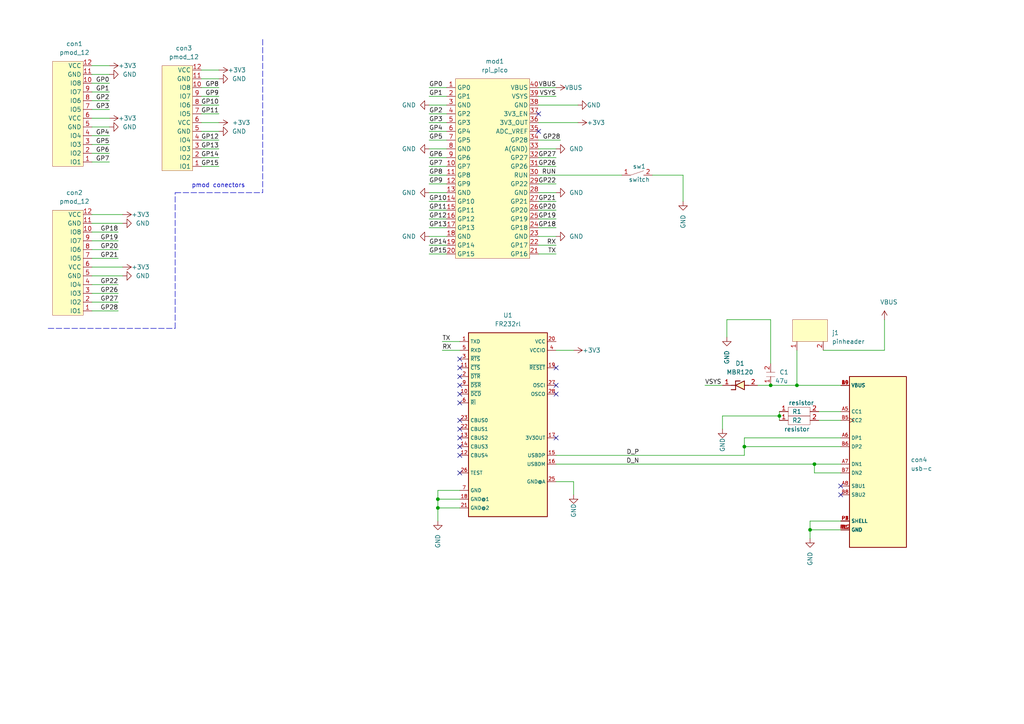
<source format=kicad_sch>
(kicad_sch (version 20210126) (generator eeschema)
  (paper "A4")
  (lib_symbols
    (symbol "Halfgelijders:FR232rl"
      (property "Reference" "U" (at 0 0 0))
      (property "Value" "FR232rl" (at 0 6.35 0))
      (symbol "FR232rl_0_0"
        (rectangle (start -11.43 -27.94) (end 11.43 25.4) (stroke (width 0.254)) (fill (type background)))
        (pin input line (at -13.97 22.86 0) (length 2.54) (name "VCC") (number "20"))
        (pin input line (at -13.97 -5.08 0) (length 2.54) (name "3V3OUT") (number "17"))
        (pin input line (at -13.97 -10.16 0) (length 2.54) (name "USBDP") (number "15"))
        (pin input line (at -13.97 -12.7 0) (length 2.54) (name "USBDM") (number "16"))
        (pin input line (at -13.97 7.62 0) (length 2.54) (name "OSCO") (number "28"))
        (pin input line (at -13.97 10.16 0) (length 2.54) (name "OSCI") (number "27"))
        (pin input line (at 13.97 -20.32 180) (length 2.54) (name "GND") (number "7"))
        (pin input line (at 13.97 22.86 180) (length 2.54) (name "TXD") (number "1"))
        (pin input line (at 13.97 20.32 180) (length 2.54) (name "RXD") (number "5"))
        (pin input line (at 13.97 17.78 180) (length 2.54) (name "~RTS") (number "3"))
        (pin input line (at 13.97 15.24 180) (length 2.54) (name "~CTS") (number "11"))
        (pin input line (at 13.97 12.7 180) (length 2.54) (name "~DTR") (number "2"))
        (pin input line (at 13.97 10.16 180) (length 2.54) (name "~DSR") (number "9"))
        (pin input line (at 13.97 7.62 180) (length 2.54) (name "~DCD") (number "10"))
        (pin input line (at 13.97 5.08 180) (length 2.54) (name "~RI") (number "6"))
        (pin input line (at 13.97 0 180) (length 2.54) (name "CBUS0") (number "23"))
        (pin input line (at 13.97 -2.54 180) (length 2.54) (name "CBUS1") (number "22"))
        (pin input line (at 13.97 -5.08 180) (length 2.54) (name "CBUS2") (number "13"))
        (pin input line (at 13.97 -7.62 180) (length 2.54) (name "CBUS3") (number "14"))
        (pin input line (at 13.97 -10.16 180) (length 2.54) (name "CBUS4") (number "12"))
        (pin input line (at -13.97 20.32 0) (length 2.54) (name "VCCIO") (number "4"))
        (pin input line (at -13.97 15.24 0) (length 2.54) (name "~RESET") (number "19"))
        (pin input line (at -13.97 -17.78 0) (length 2.54) (name "GND@A") (number "25"))
        (pin input line (at 13.97 -22.86 180) (length 2.54) (name "GND@1") (number "18"))
        (pin input line (at 13.97 -15.24 180) (length 2.54) (name "TEST") (number "26"))
        (pin input line (at 13.97 -25.4 180) (length 2.54) (name "GND@2") (number "21"))
      )
    )
    (symbol "Halfgelijders:MBR120"
      (property "Reference" "D" (at 0 -2.54 0))
      (property "Value" "MBR120" (at 0 2.54 0))
      (symbol "MBR120_0_1"
        (polyline (pts (xy -1.27 0) (xy 0 0)) (stroke (width 0.254)))
        (polyline (pts (xy 0 -1.27) (xy -1.27 -1.27)))
        (polyline (pts (xy 0 -1.27) (xy -1.27 -1.27)) (stroke (width 0.254)))
        (polyline (pts (xy 0 1.27) (xy 1.27 1.27)))
        (polyline (pts (xy 0 1.27) (xy 1.27 1.27)) (stroke (width 0.254)))
        (polyline (pts (xy 3.81 0) (xy 2.54 0)) (stroke (width 0.254)))
      )
      (symbol "MBR120_1_1"
        (polyline (pts (xy 0 1.27) (xy 0 -1.27)) (stroke (width 0.254)))
        (polyline (pts (xy 2.54 1.27) (xy 2.54 -1.27) (xy 0 0) (xy 2.54 1.27)) (stroke (width 0.254)) (fill (type background)))
        (pin passive line (at -3.81 0 0) (length 2.54) (name "~") (number "1"))
        (pin passive line (at 6.35 0 180) (length 2.54) (name "~") (number "2"))
      )
    )
    (symbol "connectors:pmod_12"
      (property "Reference" "con" (at -8.89 5.08 90))
      (property "Value" "pmod_12" (at -8.89 -6.35 90))
      (symbol "pmod_12_0_1"
        (rectangle (start -2.54 -13.97) (end -11.43 16.51) (stroke (width 0.001)) (fill (type background)))
      )
      (symbol "pmod_12_1_1"
        (pin bidirectional line (at 0 -12.7 180) (length 2.54) (name "IO1") (number "1"))
        (pin bidirectional line (at 0 -10.16 180) (length 2.54) (name "IO2") (number "2"))
        (pin bidirectional line (at 0 -7.62 180) (length 2.54) (name "IO3") (number "3"))
        (pin bidirectional line (at 0 -5.08 180) (length 2.54) (name "IO4") (number "4"))
        (pin power_out line (at 0 -2.54 180) (length 2.54) (name "GND") (number "5"))
        (pin power_in line (at 0 0 180) (length 2.54) (name "VCC") (number "6"))
        (pin bidirectional line (at 0 2.54 180) (length 2.54) (name "IO5") (number "7"))
        (pin bidirectional line (at 0 5.08 180) (length 2.54) (name "IO6") (number "8"))
        (pin bidirectional line (at 0 7.62 180) (length 2.54) (name "IO7") (number "9"))
        (pin bidirectional line (at 0 10.16 180) (length 2.54) (name "IO8") (number "10"))
        (pin power_out line (at 0 12.7 180) (length 2.54) (name "GND") (number "11"))
        (pin power_in line (at 0 15.24 180) (length 2.54) (name "VCC") (number "12"))
      )
    )
    (symbol "connectors:usb-c"
      (property "Reference" "con" (at 3.81 5.08 90))
      (property "Value" "usb-c" (at 1.27 5.08 90))
      (symbol "usb-c_0_0"
        (rectangle (start -3.81 17.78) (end 12.7 -31.75) (stroke (width 0.254)) (fill (type background)))
        (pin power_in line (at -6.35 15.24 0) (length 2.54) (name "VBUS") (number "A4"))
        (pin power_in line (at -6.35 15.24 0) (length 2.54) (name "VBUS") (number "A9"))
        (pin power_in line (at -6.35 15.24 0) (length 2.54) (name "VBUS") (number "B4"))
        (pin power_in line (at -6.35 15.24 0) (length 2.54) (name "VBUS") (number "B9"))
        (pin bidirectional line (at -6.35 7.62 0) (length 2.54) (name "CC1") (number "A5"))
        (pin bidirectional clock (at -6.35 5.08 0) (length 2.54) (name "CC2") (number "B5"))
        (pin bidirectional line (at -6.35 0 0) (length 2.54) (name "DP1") (number "A6"))
        (pin bidirectional line (at -6.35 -2.54 0) (length 2.54) (name "DP2") (number "B6"))
        (pin bidirectional line (at -6.35 -7.62 0) (length 2.54) (name "DN1") (number "A7"))
        (pin bidirectional line (at -6.35 -10.16 0) (length 2.54) (name "DN2") (number "B7"))
        (pin bidirectional line (at -6.35 -13.97 0) (length 2.54) (name "SBU1") (number "A8"))
        (pin bidirectional line (at -6.35 -16.51 0) (length 2.54) (name "SBU2") (number "B8"))
        (pin passive line (at -6.35 -26.67 0) (length 2.54) (name "GND") (number "A1"))
        (pin passive line (at -6.35 -26.67 0) (length 2.54) (name "GND") (number "A12"))
        (pin passive line (at -6.35 -26.67 0) (length 2.54) (name "GND") (number "B1"))
        (pin passive line (at -6.35 -26.67 0) (length 2.54) (name "GND") (number "B12"))
        (pin passive line (at -6.35 -24.13 0) (length 2.54) (name "SHELL") (number "P1"))
        (pin passive line (at -6.35 -24.13 0) (length 2.54) (name "SHELL") (number "P2"))
        (pin passive line (at -6.35 -24.13 0) (length 2.54) (name "SHELL") (number "P3"))
        (pin passive line (at -6.35 -24.13 0) (length 2.54) (name "SHELL") (number "P4"))
      )
    )
    (symbol "modulles:rpi_pico"
      (property "Reference" "mod" (at 0 7.62 90))
      (property "Value" "rpi_pico" (at 0 -2.54 90))
      (symbol "rpi_pico_0_1"
        (rectangle (start -10.16 25.4) (end 11.43 -26.67) (stroke (width 0.001)) (fill (type background)))
      )
      (symbol "rpi_pico_1_1"
        (pin unspecified line (at -12.7 22.86 0) (length 2.54) (name "GP0") (number "1"))
        (pin unspecified line (at -12.7 20.32 0) (length 2.54) (name "GP1") (number "2"))
        (pin unspecified line (at -12.7 17.78 0) (length 2.54) (name "GND") (number "3"))
        (pin unspecified line (at -12.7 15.24 0) (length 2.54) (name "GP2") (number "4"))
        (pin unspecified line (at -12.7 12.7 0) (length 2.54) (name "GP3") (number "5"))
        (pin unspecified line (at -12.7 10.16 0) (length 2.54) (name "GP4") (number "6"))
        (pin unspecified line (at -12.7 7.62 0) (length 2.54) (name "GP5") (number "7"))
        (pin power_out line (at -12.7 5.08 0) (length 2.54) (name "GND") (number "8"))
        (pin unspecified line (at -12.7 2.54 0) (length 2.54) (name "GP6") (number "9"))
        (pin unspecified line (at -12.7 0 0) (length 2.54) (name "GP7") (number "10"))
        (pin unspecified line (at -12.7 -2.54 0) (length 2.54) (name "GP8") (number "11"))
        (pin unspecified line (at -12.7 -5.08 0) (length 2.54) (name "GP9") (number "12"))
        (pin power_out line (at -12.7 -7.62 0) (length 2.54) (name "GND") (number "13"))
        (pin unspecified line (at -12.7 -10.16 0) (length 2.54) (name "GP10") (number "14"))
        (pin unspecified line (at -12.7 -12.7 0) (length 2.54) (name "GP11") (number "15"))
        (pin unspecified line (at -12.7 -15.24 0) (length 2.54) (name "GP12") (number "16"))
        (pin unspecified line (at -12.7 -17.78 0) (length 2.54) (name "GP13") (number "17"))
        (pin power_out line (at -12.7 -20.32 0) (length 2.54) (name "GND") (number "18"))
        (pin unspecified line (at -12.7 -22.86 0) (length 2.54) (name "GP14") (number "19"))
        (pin unspecified line (at -12.7 -25.4 0) (length 2.54) (name "GP15") (number "20"))
        (pin unspecified line (at 13.97 -25.4 180) (length 2.54) (name "GP16") (number "21"))
        (pin unspecified line (at 13.97 -22.86 180) (length 2.54) (name "GP17") (number "22"))
        (pin power_out line (at 13.97 -20.32 180) (length 2.54) (name "GND") (number "23"))
        (pin unspecified line (at 13.97 -17.78 180) (length 2.54) (name "GP18") (number "24"))
        (pin unspecified line (at 13.97 -15.24 180) (length 2.54) (name "GP19") (number "25"))
        (pin unspecified line (at 13.97 -12.7 180) (length 2.54) (name "GP20") (number "26"))
        (pin unspecified line (at 13.97 -10.16 180) (length 2.54) (name "GP21") (number "27"))
        (pin unspecified line (at 13.97 -7.62 180) (length 2.54) (name "GND") (number "28"))
        (pin unspecified line (at 13.97 -5.08 180) (length 2.54) (name "GP22") (number "29"))
        (pin unspecified line (at 13.97 -2.54 180) (length 2.54) (name "RUN") (number "30"))
        (pin unspecified line (at 13.97 0 180) (length 2.54) (name "GP26") (number "31"))
        (pin unspecified line (at 13.97 2.54 180) (length 2.54) (name "GP27") (number "32"))
        (pin power_out line (at 13.97 5.08 180) (length 2.54) (name "A(GND)") (number "33"))
        (pin unspecified line (at 13.97 7.62 180) (length 2.54) (name "GP28") (number "34"))
        (pin power_in line (at 13.97 10.16 180) (length 2.54) (name "ADC_VREF") (number "35"))
        (pin power_out line (at 13.97 12.7 180) (length 2.54) (name "3V3_OUT") (number "36"))
        (pin input line (at 13.97 15.24 180) (length 2.54) (name "3V3_EN") (number "37"))
        (pin power_out line (at 13.97 17.78 180) (length 2.54) (name "GND") (number "38"))
        (pin power_in line (at 13.97 20.32 180) (length 2.54) (name "VSYS") (number "39"))
        (pin power_in line (at 13.97 22.86 180) (length 2.54) (name "VBUS") (number "40"))
      )
    )
    (symbol "power:+3V3" (power) (pin_names (offset 0))
      (property "Value" "+3V3" (at 0 3.556 0))
      (symbol "+3V3_0_1"
        (polyline (pts (xy -0.762 1.27) (xy 0 2.54)))
        (polyline (pts (xy 0 0) (xy 0 2.54)))
        (polyline (pts (xy 0 2.54) (xy 0.762 1.27)))
      )
      (symbol "+3V3_1_1"
        (pin power_in line (at 0 0 90) (length 0) hide (name "+3V3") (number "1"))
      )
    )
    (symbol "power:GND" (power) (pin_names (offset 0))
      (property "Value" "GND" (at 0 -3.81 0))
      (symbol "GND_0_1"
        (polyline (pts (xy 0 0) (xy 0 -1.27) (xy 1.27 -1.27) (xy 0 -2.54) (xy -1.27 -1.27) (xy 0 -1.27)))
      )
      (symbol "GND_1_1"
        (pin power_in line (at 0 0 270) (length 0) hide (name "GND") (number "1"))
      )
    )
    (symbol "power:VBUS" (power) (pin_names (offset 0))
      (property "Value" "VBUS" (at 0 3.81 0))
      (symbol "VBUS_0_1"
        (polyline (pts (xy -0.762 1.27) (xy 0 2.54)))
        (polyline (pts (xy 0 0) (xy 0 2.54)))
        (polyline (pts (xy 0 2.54) (xy 0.762 1.27)))
      )
      (symbol "VBUS_1_1"
        (pin power_in line (at 0 0 90) (length 0) hide (name "VBUS") (number "1"))
      )
    )
    (symbol "vanalles:capacitor"
      (property "Reference" "C" (at -1.27 -2.54 0))
      (property "Value" "capacitor" (at 0 2.54 0))
      (symbol "capacitor_0_1"
        (polyline (pts (xy -1.27 1.27) (xy -1.27 -1.27)) (stroke (width 0.0006)))
        (polyline (pts (xy 0 1.27) (xy 0 -1.27)) (stroke (width 0.0006)))
      )
      (symbol "capacitor_1_1"
        (pin unspecified line (at -3.81 0 0) (length 2.54) (name "") (number "1"))
        (pin unspecified line (at 2.54 0 180) (length 2.54) (name "") (number "2"))
      )
    )
    (symbol "vanalles:pinheader"
      (property "Reference" "j" (at -2.54 5.08 0))
      (property "Value" "pinheader" (at 0 2.54 0))
      (symbol "pinheader_0_1"
        (rectangle (start -5.08 6.35) (end 5.08 0) (stroke (width 0.001)) (fill (type background)))
      )
      (symbol "pinheader_1_1"
        (pin unspecified line (at -3.81 -2.54 90) (length 2.54) (name "") (number "1"))
        (pin unspecified line (at 3.81 -2.54 90) (length 2.54) (name "") (number "2"))
      )
    )
    (symbol "vanalles:resistor"
      (property "Reference" "R" (at -1.27 0 0))
      (property "Value" "resistor" (at 1.27 2.54 0))
      (symbol "resistor_0_1"
        (rectangle (start -2.54 1.27) (end 3.81 -1.27) (stroke (width 0.0006)))
      )
      (symbol "resistor_1_1"
        (pin unspecified line (at -5.08 0 0) (length 2.54) (name "") (number "1"))
        (pin unspecified line (at 6.35 0 180) (length 2.54) (name "") (number "2"))
      )
    )
    (symbol "vanalles:switch"
      (property "Reference" "sw" (at 3.81 3.81 0))
      (property "Value" "switch" (at 0 3.81 0))
      (symbol "switch_0_1"
        (polyline (pts (xy 0 0) (xy 3.81 1.27)) (stroke (width 0.0006)))
      )
      (symbol "switch_1_1"
        (pin unspecified line (at -2.54 0 0) (length 2.54) (name "") (number "1"))
        (pin unspecified line (at 6.35 0 180) (length 2.54) (name "") (number "2"))
      )
    )
  )
  (junction (at 127 144.78) (diameter 0.9144))
  (junction (at 127 147.32) (diameter 0.9144))
  (junction (at 215.9 129.54) (diameter 0.9144))
  (junction (at 223.52 111.76) (diameter 0.9144))
  (junction (at 226.06 120.65) (diameter 0.9144))
  (junction (at 231.14 111.76) (diameter 0.9144))
  (junction (at 234.95 153.67) (diameter 0.9144))
  (junction (at 236.22 134.62) (diameter 0.9144))
  (no_connect (at 133.35 104.14))
  (no_connect (at 133.35 106.68))
  (no_connect (at 133.35 109.22))
  (no_connect (at 133.35 111.76))
  (no_connect (at 133.35 114.3))
  (no_connect (at 133.35 116.84))
  (no_connect (at 133.35 121.92))
  (no_connect (at 133.35 124.46))
  (no_connect (at 133.35 127))
  (no_connect (at 133.35 129.54))
  (no_connect (at 133.35 132.08))
  (no_connect (at 133.35 137.16))
  (no_connect (at 156.21 33.02))
  (no_connect (at 156.21 38.1))
  (no_connect (at 161.29 106.68))
  (no_connect (at 161.29 111.76))
  (no_connect (at 161.29 114.3))
  (no_connect (at 161.29 127))
  (no_connect (at 243.84 140.97))
  (no_connect (at 243.84 143.51))
  (wire (pts (xy 26.67 19.05) (xy 31.75 19.05)))
  (wire (pts (xy 26.67 21.59) (xy 31.75 21.59)))
  (wire (pts (xy 26.67 24.13) (xy 31.75 24.13)))
  (wire (pts (xy 26.67 26.67) (xy 31.75 26.67)))
  (wire (pts (xy 26.67 29.21) (xy 31.75 29.21)))
  (wire (pts (xy 26.67 31.75) (xy 31.75 31.75)))
  (wire (pts (xy 26.67 34.29) (xy 31.75 34.29)))
  (wire (pts (xy 26.67 36.83) (xy 31.75 36.83)))
  (wire (pts (xy 26.67 39.37) (xy 31.75 39.37)))
  (wire (pts (xy 26.67 41.91) (xy 31.75 41.91)))
  (wire (pts (xy 26.67 44.45) (xy 31.75 44.45)))
  (wire (pts (xy 26.67 46.99) (xy 31.75 46.99)))
  (wire (pts (xy 26.67 62.23) (xy 35.56 62.23)))
  (wire (pts (xy 26.67 64.77) (xy 35.56 64.77)))
  (wire (pts (xy 26.67 67.31) (xy 34.29 67.31)))
  (wire (pts (xy 26.67 69.85) (xy 34.29 69.85)))
  (wire (pts (xy 26.67 72.39) (xy 34.29 72.39)))
  (wire (pts (xy 26.67 74.93) (xy 34.29 74.93)))
  (wire (pts (xy 26.67 77.47) (xy 35.56 77.47)))
  (wire (pts (xy 26.67 80.01) (xy 35.56 80.01)))
  (wire (pts (xy 26.67 82.55) (xy 34.29 82.55)))
  (wire (pts (xy 26.67 85.09) (xy 34.29 85.09)))
  (wire (pts (xy 26.67 87.63) (xy 34.29 87.63)))
  (wire (pts (xy 26.67 90.17) (xy 34.29 90.17)))
  (wire (pts (xy 58.42 20.32) (xy 63.5 20.32)))
  (wire (pts (xy 58.42 22.86) (xy 63.5 22.86)))
  (wire (pts (xy 58.42 25.4) (xy 63.5 25.4)))
  (wire (pts (xy 58.42 27.94) (xy 63.5 27.94)))
  (wire (pts (xy 58.42 30.48) (xy 63.5 30.48)))
  (wire (pts (xy 58.42 33.02) (xy 63.5 33.02)))
  (wire (pts (xy 58.42 35.56) (xy 63.5 35.56)))
  (wire (pts (xy 58.42 38.1) (xy 63.5 38.1)))
  (wire (pts (xy 58.42 40.64) (xy 63.5 40.64)))
  (wire (pts (xy 58.42 43.18) (xy 63.5 43.18)))
  (wire (pts (xy 58.42 45.72) (xy 63.5 45.72)))
  (wire (pts (xy 58.42 48.26) (xy 63.5 48.26)))
  (wire (pts (xy 124.46 25.4) (xy 129.54 25.4)))
  (wire (pts (xy 124.46 27.94) (xy 129.54 27.94)))
  (wire (pts (xy 124.46 30.48) (xy 129.54 30.48)))
  (wire (pts (xy 124.46 33.02) (xy 129.54 33.02)))
  (wire (pts (xy 124.46 35.56) (xy 129.54 35.56)))
  (wire (pts (xy 124.46 38.1) (xy 129.54 38.1)))
  (wire (pts (xy 124.46 40.64) (xy 129.54 40.64)))
  (wire (pts (xy 124.46 43.18) (xy 129.54 43.18)))
  (wire (pts (xy 124.46 45.72) (xy 129.54 45.72)))
  (wire (pts (xy 124.46 48.26) (xy 129.54 48.26)))
  (wire (pts (xy 124.46 50.8) (xy 129.54 50.8)))
  (wire (pts (xy 124.46 53.34) (xy 129.54 53.34)))
  (wire (pts (xy 124.46 55.88) (xy 129.54 55.88)))
  (wire (pts (xy 124.46 58.42) (xy 129.54 58.42)))
  (wire (pts (xy 124.46 60.96) (xy 129.54 60.96)))
  (wire (pts (xy 124.46 63.5) (xy 129.54 63.5)))
  (wire (pts (xy 124.46 66.04) (xy 129.54 66.04)))
  (wire (pts (xy 124.46 68.58) (xy 129.54 68.58)))
  (wire (pts (xy 124.46 71.12) (xy 129.54 71.12)))
  (wire (pts (xy 124.46 73.66) (xy 129.54 73.66)))
  (wire (pts (xy 127 142.24) (xy 133.35 142.24)))
  (wire (pts (xy 127 144.78) (xy 127 142.24)))
  (wire (pts (xy 127 144.78) (xy 133.35 144.78)))
  (wire (pts (xy 127 147.32) (xy 127 144.78)))
  (wire (pts (xy 127 147.32) (xy 133.35 147.32)))
  (wire (pts (xy 127 151.13) (xy 127 147.32)))
  (wire (pts (xy 133.35 99.06) (xy 128.27 99.06)))
  (wire (pts (xy 133.35 101.6) (xy 128.27 101.6)))
  (wire (pts (xy 156.21 25.4) (xy 161.29 25.4)))
  (wire (pts (xy 156.21 27.94) (xy 161.29 27.94)))
  (wire (pts (xy 156.21 30.48) (xy 167.64 30.48)))
  (wire (pts (xy 156.21 35.56) (xy 167.64 35.56)))
  (wire (pts (xy 156.21 40.64) (xy 162.56 40.64)))
  (wire (pts (xy 156.21 43.18) (xy 161.29 43.18)))
  (wire (pts (xy 156.21 45.72) (xy 161.29 45.72)))
  (wire (pts (xy 156.21 48.26) (xy 161.29 48.26)))
  (wire (pts (xy 156.21 50.8) (xy 180.34 50.8)))
  (wire (pts (xy 156.21 53.34) (xy 161.29 53.34)))
  (wire (pts (xy 156.21 55.88) (xy 161.29 55.88)))
  (wire (pts (xy 156.21 58.42) (xy 161.29 58.42)))
  (wire (pts (xy 156.21 60.96) (xy 161.29 60.96)))
  (wire (pts (xy 156.21 63.5) (xy 161.29 63.5)))
  (wire (pts (xy 156.21 66.04) (xy 161.29 66.04)))
  (wire (pts (xy 156.21 68.58) (xy 161.29 68.58)))
  (wire (pts (xy 156.21 71.12) (xy 161.29 71.12)))
  (wire (pts (xy 156.21 73.66) (xy 161.29 73.66)))
  (wire (pts (xy 161.29 101.6) (xy 166.37 101.6)))
  (wire (pts (xy 161.29 132.08) (xy 215.9 132.08)))
  (wire (pts (xy 161.29 134.62) (xy 236.22 134.62)))
  (wire (pts (xy 166.37 139.7) (xy 161.29 139.7)))
  (wire (pts (xy 166.37 143.51) (xy 166.37 139.7)))
  (wire (pts (xy 189.23 50.8) (xy 198.12 50.8)))
  (wire (pts (xy 198.12 50.8) (xy 198.12 58.42)))
  (wire (pts (xy 204.47 111.76) (xy 209.55 111.76)))
  (wire (pts (xy 209.55 120.65) (xy 209.55 124.46)))
  (wire (pts (xy 210.82 92.71) (xy 210.82 97.79)))
  (wire (pts (xy 215.9 127) (xy 215.9 129.54)))
  (wire (pts (xy 215.9 127) (xy 243.84 127)))
  (wire (pts (xy 215.9 129.54) (xy 215.9 132.08)))
  (wire (pts (xy 219.71 111.76) (xy 223.52 111.76)))
  (wire (pts (xy 223.52 92.71) (xy 210.82 92.71)))
  (wire (pts (xy 223.52 105.41) (xy 223.52 92.71)))
  (wire (pts (xy 223.52 111.76) (xy 231.14 111.76)))
  (wire (pts (xy 226.06 119.38) (xy 226.06 120.65)))
  (wire (pts (xy 226.06 120.65) (xy 209.55 120.65)))
  (wire (pts (xy 226.06 120.65) (xy 226.06 121.92)))
  (wire (pts (xy 231.14 101.6) (xy 231.14 111.76)))
  (wire (pts (xy 231.14 111.76) (xy 243.84 111.76)))
  (wire (pts (xy 234.95 151.13) (xy 243.84 151.13)))
  (wire (pts (xy 234.95 153.67) (xy 234.95 151.13)))
  (wire (pts (xy 234.95 153.67) (xy 243.84 153.67)))
  (wire (pts (xy 234.95 156.21) (xy 234.95 153.67)))
  (wire (pts (xy 236.22 134.62) (xy 243.84 134.62)))
  (wire (pts (xy 236.22 137.16) (xy 236.22 134.62)))
  (wire (pts (xy 237.49 119.38) (xy 243.84 119.38)))
  (wire (pts (xy 237.49 121.92) (xy 243.84 121.92)))
  (wire (pts (xy 238.76 101.6) (xy 256.54 101.6)))
  (wire (pts (xy 243.84 129.54) (xy 215.9 129.54)))
  (wire (pts (xy 243.84 137.16) (xy 236.22 137.16)))
  (wire (pts (xy 256.54 92.71) (xy 256.54 101.6)))
  (polyline (pts (xy 13.97 95.25) (xy 50.8 95.25)) (stroke (width 0) (type dash)))
  (polyline (pts (xy 50.8 55.88) (xy 76.2 55.88)) (stroke (width 0) (type dash)))
  (polyline (pts (xy 50.8 95.25) (xy 50.8 55.88)) (stroke (width 0) (type dash)))
  (polyline (pts (xy 76.2 11.43) (xy 76.2 55.88)) (stroke (width 0) (type dash)))
  (text "pmod conectors\n" (at 71.12 54.61 180) (effects (font (size 1.27 1.27)) (justify right bottom)))
  (label "GP0" (at 31.75 24.13 180))
  (label "GP1" (at 31.75 26.67 180))
  (label "GP2" (at 31.75 29.21 180))
  (label "GP3" (at 31.75 31.75 180))
  (label "GP4" (at 31.75 39.37 180))
  (label "GP5" (at 31.75 41.91 180))
  (label "GP6" (at 31.75 44.45 180))
  (label "GP7" (at 31.75 46.99 180))
  (label "GP18" (at 34.29 67.31 180))
  (label "GP19" (at 34.29 69.85 180))
  (label "GP20" (at 34.29 72.39 180))
  (label "GP21" (at 34.29 74.93 180))
  (label "GP22" (at 34.29 82.55 180))
  (label "GP26" (at 34.29 85.09 180))
  (label "GP27" (at 34.29 87.63 180))
  (label "GP28" (at 34.29 90.17 180))
  (label "GP8" (at 63.5 25.4 180))
  (label "GP9" (at 63.5 27.94 180))
  (label "GP10" (at 63.5 30.48 180))
  (label "GP11" (at 63.5 33.02 180))
  (label "GP12" (at 63.5 40.64 180))
  (label "GP13" (at 63.5 43.18 180))
  (label "GP14" (at 63.5 45.72 180))
  (label "GP15" (at 63.5 48.26 180))
  (label "GP0" (at 124.46 25.4 0))
  (label "GP1" (at 124.46 27.94 0))
  (label "GP2" (at 124.46 33.02 0))
  (label "GP3" (at 124.46 35.56 0))
  (label "GP4" (at 124.46 38.1 0))
  (label "GP5" (at 124.46 40.64 0))
  (label "GP6" (at 124.46 45.72 0))
  (label "GP7" (at 124.46 48.26 0))
  (label "GP8" (at 124.46 50.8 0))
  (label "GP9" (at 124.46 53.34 0))
  (label "GP10" (at 124.46 58.42 0))
  (label "GP11" (at 124.46 60.96 0))
  (label "GP12" (at 124.46 63.5 0))
  (label "GP13" (at 124.46 66.04 0))
  (label "GP14" (at 124.46 71.12 0))
  (label "GP15" (at 124.46 73.66 0))
  (label "TX" (at 128.27 99.06 0))
  (label "RX" (at 128.27 101.6 0))
  (label "VBUS" (at 161.29 25.4 180))
  (label "VSYS" (at 161.29 27.94 180))
  (label "GP27" (at 161.29 45.72 180))
  (label "GP26" (at 161.29 48.26 180))
  (label "RUN" (at 161.29 50.8 180))
  (label "GP22" (at 161.29 53.34 180))
  (label "GP21" (at 161.29 58.42 180))
  (label "GP20" (at 161.29 60.96 180))
  (label "GP19" (at 161.29 63.5 180))
  (label "GP18" (at 161.29 66.04 180))
  (label "RX" (at 161.29 71.12 180))
  (label "TX" (at 161.29 73.66 180))
  (label "GP28" (at 162.56 40.64 180))
  (label "D_P" (at 185.42 132.08 180))
  (label "D_N" (at 185.42 134.62 180))
  (label "VSYS" (at 204.47 111.76 0))
  (symbol (lib_id "power:+3V3") (at 31.75 19.05 270) (unit 1)
    (property "Reference" "#PWR01" (effects hide))
    (property "Value" "+3V3" (at 34.29 19.05 90) (effects (justify left)))
  )
  (symbol (lib_id "power:+3V3") (at 31.75 34.29 270) (unit 1)
    (property "Reference" "#PWR03" (effects hide))
    (property "Value" "+3V3" (at 34.29 34.29 90) (effects (justify left)))
  )
  (symbol (lib_id "power:+3V3") (at 35.56 62.23 270) (unit 1)
    (property "Reference" "#PWR05" (effects hide))
    (property "Value" "+3V3" (at 38.1 62.23 90) (effects (justify left)))
  )
  (symbol (lib_id "power:+3V3") (at 35.56 77.47 270) (unit 1)
    (property "Reference" "#PWR07" (effects hide))
    (property "Value" "+3V3" (at 38.1 77.47 90) (effects (justify left)))
  )
  (symbol (lib_id "power:+3V3") (at 63.5 20.32 270) (unit 1)
    (property "Reference" "#PWR09" (effects hide))
    (property "Value" "+3V3" (at 66.04 20.32 90) (effects (justify left)))
  )
  (symbol (lib_id "power:+3V3") (at 63.5 35.56 270) (unit 1)
    (property "Reference" "#PWR011" (effects hide))
    (property "Value" "+3V3" (at 67.31 35.56 90) (effects (justify left)))
  )
  (symbol (lib_id "power:VBUS") (at 161.29 25.4 270) (unit 1)
    (property "Reference" "#PWR018" (effects hide))
    (property "Value" "VBUS" (at 166.37 25.4 90))
  )
  (symbol (lib_id "power:+3V3") (at 166.37 101.6 270) (unit 1)
    (property "Reference" "#PWR022" (effects hide))
    (property "Value" "+3V3" (at 168.91 101.6 90) (effects (justify left)))
  )
  (symbol (lib_id "power:+3V3") (at 167.64 35.56 270) (unit 1)
    (property "Reference" "#PWR024" (effects hide))
    (property "Value" "+3V3" (at 170.18 35.56 90) (effects (justify left)))
  )
  (symbol (lib_id "power:VBUS") (at 256.54 92.71 0) (unit 1)
    (property "Reference" "#PWR029" (effects hide))
    (property "Value" "VBUS" (at 257.81 87.63 0))
  )
  (symbol (lib_id "power:GND") (at 31.75 21.59 90) (unit 1)
    (property "Reference" "#PWR02" (effects hide))
    (property "Value" "GND" (at 35.56 21.59 90) (effects (justify right)))
  )
  (symbol (lib_id "power:GND") (at 31.75 36.83 90) (unit 1)
    (property "Reference" "#PWR04" (effects hide))
    (property "Value" "GND" (at 35.56 36.83 90) (effects (justify right)))
  )
  (symbol (lib_id "power:GND") (at 35.56 64.77 90) (unit 1)
    (property "Reference" "#PWR06" (effects hide))
    (property "Value" "GND" (at 39.37 64.77 90) (effects (justify right)))
  )
  (symbol (lib_id "power:GND") (at 35.56 80.01 90) (unit 1)
    (property "Reference" "#PWR08" (effects hide))
    (property "Value" "GND" (at 39.37 80.01 90) (effects (justify right)))
  )
  (symbol (lib_id "power:GND") (at 63.5 22.86 90) (unit 1)
    (property "Reference" "#PWR010" (effects hide))
    (property "Value" "GND" (at 67.31 22.86 90) (effects (justify right)))
  )
  (symbol (lib_id "power:GND") (at 63.5 38.1 90) (unit 1)
    (property "Reference" "#PWR012" (effects hide))
    (property "Value" "GND" (at 67.31 38.1 90) (effects (justify right)))
  )
  (symbol (lib_id "power:GND") (at 124.46 30.48 270) (unit 1)
    (property "Reference" "#PWR013" (effects hide))
    (property "Value" "GND" (at 120.65 30.48 90) (effects (justify right)))
  )
  (symbol (lib_id "power:GND") (at 124.46 43.18 270) (unit 1)
    (property "Reference" "#PWR014" (effects hide))
    (property "Value" "GND" (at 120.65 43.18 90) (effects (justify right)))
  )
  (symbol (lib_id "power:GND") (at 124.46 55.88 270) (unit 1)
    (property "Reference" "#PWR015" (effects hide))
    (property "Value" "GND" (at 120.65 55.88 90) (effects (justify right)))
  )
  (symbol (lib_id "power:GND") (at 124.46 68.58 270) (unit 1)
    (property "Reference" "#PWR016" (effects hide))
    (property "Value" "GND" (at 120.65 68.58 90) (effects (justify right)))
  )
  (symbol (lib_id "power:GND") (at 127 151.13 0) (unit 1)
    (property "Reference" "#PWR017" (effects hide))
    (property "Value" "GND" (at 127 154.94 90) (effects (justify right)))
  )
  (symbol (lib_id "power:GND") (at 161.29 43.18 90) (unit 1)
    (property "Reference" "#PWR019" (effects hide))
    (property "Value" "GND" (at 165.1 43.18 90) (effects (justify right)))
  )
  (symbol (lib_id "power:GND") (at 161.29 55.88 90) (unit 1)
    (property "Reference" "#PWR020" (effects hide))
    (property "Value" "GND" (at 165.1 55.88 90) (effects (justify right)))
  )
  (symbol (lib_id "power:GND") (at 161.29 68.58 90) (unit 1)
    (property "Reference" "#PWR021" (effects hide))
    (property "Value" "GND" (at 165.1 68.58 90) (effects (justify right)))
  )
  (symbol (lib_id "power:GND") (at 166.37 143.51 0) (unit 1)
    (property "Reference" "#PWR?" (effects hide))
    (property "Value" "GND" (at 166.37 146.05 90) (effects (justify right)))
  )
  (symbol (lib_id "power:GND") (at 167.64 30.48 90) (unit 1)
    (property "Reference" "#PWR023" (effects hide))
    (property "Value" "GND" (at 170.18 30.48 90) (effects (justify right)))
  )
  (symbol (lib_id "power:GND") (at 198.12 58.42 0) (unit 1)
    (property "Reference" "#PWR025" (effects hide))
    (property "Value" "GND" (at 198.12 62.23 90) (effects (justify right)))
  )
  (symbol (lib_id "power:GND") (at 209.55 124.46 0) (unit 1)
    (property "Reference" "#PWR026" (effects hide))
    (property "Value" "GND" (at 209.55 127 90) (effects (justify right)))
  )
  (symbol (lib_id "power:GND") (at 210.82 97.79 0) (unit 1)
    (property "Reference" "#PWR027" (effects hide))
    (property "Value" "GND" (at 210.82 101.6 90) (effects (justify right)))
  )
  (symbol (lib_id "power:GND") (at 234.95 156.21 0) (unit 1)
    (property "Reference" "#PWR028" (effects hide))
    (property "Value" "GND" (at 234.95 160.02 90) (effects (justify right)))
  )
  (symbol (lib_id "vanalles:switch") (at 182.88 50.8 0) (unit 1)
    (property "Reference" "sw1" (at 185.42 48.26 0))
    (property "Value" "switch" (at 185.42 52.07 0))
    (property "Footprint" "vanalles:Alps_SKRK" (effects hide))
  )
  (symbol (lib_id "vanalles:capacitor") (at 223.52 107.95 90) (unit 1)
    (property "Reference" "C1" (at 226.06 107.95 90) (effects (justify right)))
    (property "Value" "47u" (at 224.79 110.49 90) (effects (justify right)))
    (property "Footprint" "vanalles:0603RL" (effects hide))
  )
  (symbol (lib_id "Halfgelijders:MBR120") (at 213.36 111.76 0) (unit 1)
    (property "Reference" "D1" (at 214.63 105.41 0))
    (property "Value" "MBR120" (at 214.63 107.95 0))
    (property "Footprint" "halfgeleiders:SOD123" (effects hide))
  )
  (symbol (lib_id "vanalles:resistor") (at 231.14 119.38 0) (unit 1)
    (property "Reference" "R1" (at 231.14 119.38 0))
    (property "Value" "resistor" (at 232.41 116.84 0))
    (property "Footprint" "vanalles:0603RL" (effects hide))
  )
  (symbol (lib_id "vanalles:resistor") (at 231.14 121.92 0) (unit 1)
    (property "Reference" "R2" (at 231.14 121.92 0))
    (property "Value" "resistor" (at 231.14 124.46 0))
    (property "Footprint" "vanalles:0603RL" (effects hide))
  )
  (symbol (lib_id "vanalles:pinheader") (at 234.95 99.06 0) (unit 1)
    (property "Reference" "j1" (at 241.3 96.52 0) (effects (justify left)))
    (property "Value" "pinheader" (at 241.3 99.06 0) (effects (justify left)))
    (property "Footprint" "connectors_user:heaer2pin" (effects hide))
  )
  (symbol (lib_id "connectors:pmod_12") (at 26.67 34.29 0) (unit 1)
    (property "Reference" "con1" (at 21.59 12.7 0))
    (property "Value" "pmod_12" (at 21.59 15.24 0))
    (property "Footprint" "connectors_user:PMOD12" (effects hide))
  )
  (symbol (lib_id "connectors:pmod_12") (at 26.67 77.47 0) (unit 1)
    (property "Reference" "con2" (at 21.59 55.88 0))
    (property "Value" "pmod_12" (at 21.59 58.42 0))
    (property "Footprint" "connectors_user:PMOD12" (effects hide))
  )
  (symbol (lib_id "connectors:pmod_12") (at 58.42 35.56 0) (unit 1)
    (property "Reference" "con3" (at 53.34 13.97 0))
    (property "Value" "pmod_12" (at 53.34 16.51 0))
    (property "Footprint" "connectors_user:PMOD12" (effects hide))
  )
  (symbol (lib_id "connectors:usb-c") (at 250.19 127 0) (unit 1)
    (property "Reference" "con4" (at 264.16 133.35 0) (effects (justify left)))
    (property "Value" "usb-c" (at 264.16 135.89 0) (effects (justify left)))
    (property "Footprint" "connectors_user:GCT_USB4085-GF-A_REVA" (effects hide))
  )
  (symbol (lib_id "modulles:rpi_pico") (at 142.24 48.26 0) (unit 1)
    (property "Reference" "mod1" (at 143.51 17.78 0))
    (property "Value" "rpi_pico" (at 143.51 20.32 0))
    (property "Footprint" "Module:rpi pico" (effects hide))
  )
  (symbol (lib_id "Halfgelijders:FR232rl") (at 147.32 121.92 0) (mirror y) (unit 1)
    (property "Reference" "U1" (at 147.32 91.44 0))
    (property "Value" "FR232rl" (at 147.32 93.98 0))
    (property "Footprint" "halfgeleiders:SSOP28-0.65-10.2X5.2MM" (effects hide))
  )
)
</source>
